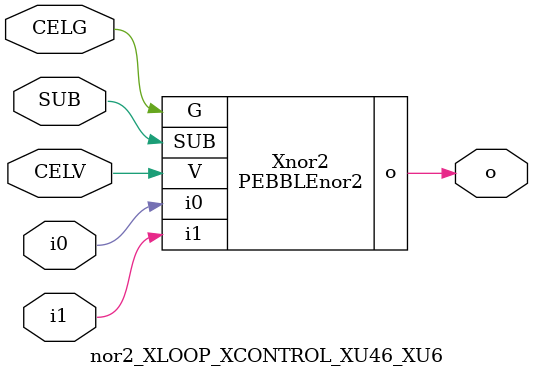
<source format=v>



module PEBBLEnor2 ( o, G, SUB, V, i0, i1 );

  input i0;
  input V;
  input i1;
  input G;
  output o;
  input SUB;
endmodule

//Celera Confidential Do Not Copy nor2_XLOOP_XCONTROL_XU46_XU6
//Celera Confidential Symbol Generator
//nor2
module nor2_XLOOP_XCONTROL_XU46_XU6 (CELV,CELG,i0,i1,o,SUB);
input CELV;
input CELG;
input i0;
input i1;
input SUB;
output o;

//Celera Confidential Do Not Copy nor2
PEBBLEnor2 Xnor2(
.V (CELV),
.i0 (i0),
.i1 (i1),
.o (o),
.SUB (SUB),
.G (CELG)
);
//,diesize,PEBBLEnor2

//Celera Confidential Do Not Copy Module End
//Celera Schematic Generator
endmodule

</source>
